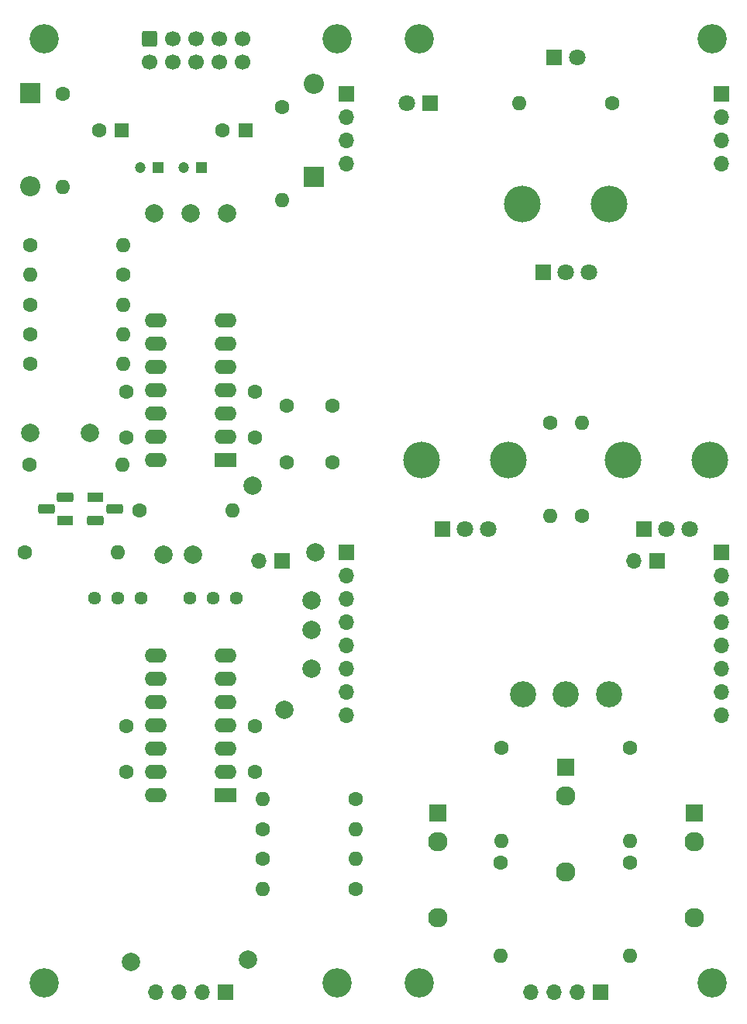
<source format=gts>
G04 #@! TF.GenerationSoftware,KiCad,Pcbnew,8.0.2-1*
G04 #@! TF.CreationDate,2024-06-17T09:13:27+02:00*
G04 #@! TF.ProjectId,XOF,584f462e-6b69-4636-9164-5f7063625858,rev?*
G04 #@! TF.SameCoordinates,Original*
G04 #@! TF.FileFunction,Soldermask,Top*
G04 #@! TF.FilePolarity,Negative*
%FSLAX46Y46*%
G04 Gerber Fmt 4.6, Leading zero omitted, Abs format (unit mm)*
G04 Created by KiCad (PCBNEW 8.0.2-1) date 2024-06-17 09:13:27*
%MOMM*%
%LPD*%
G01*
G04 APERTURE LIST*
G04 Aperture macros list*
%AMRoundRect*
0 Rectangle with rounded corners*
0 $1 Rounding radius*
0 $2 $3 $4 $5 $6 $7 $8 $9 X,Y pos of 4 corners*
0 Add a 4 corners polygon primitive as box body*
4,1,4,$2,$3,$4,$5,$6,$7,$8,$9,$2,$3,0*
0 Add four circle primitives for the rounded corners*
1,1,$1+$1,$2,$3*
1,1,$1+$1,$4,$5*
1,1,$1+$1,$6,$7*
1,1,$1+$1,$8,$9*
0 Add four rect primitives between the rounded corners*
20,1,$1+$1,$2,$3,$4,$5,0*
20,1,$1+$1,$4,$5,$6,$7,0*
20,1,$1+$1,$6,$7,$8,$9,0*
20,1,$1+$1,$8,$9,$2,$3,0*%
G04 Aperture macros list end*
%ADD10C,1.600000*%
%ADD11O,1.600000X1.600000*%
%ADD12C,3.200000*%
%ADD13R,2.400000X1.600000*%
%ADD14O,2.400000X1.600000*%
%ADD15R,1.930000X1.830000*%
%ADD16C,2.130000*%
%ADD17O,4.000000X4.000000*%
%ADD18R,1.800000X1.800000*%
%ADD19C,1.800000*%
%ADD20R,2.200000X2.200000*%
%ADD21O,2.200000X2.200000*%
%ADD22R,1.700000X1.700000*%
%ADD23O,1.700000X1.700000*%
%ADD24R,1.800000X1.100000*%
%ADD25RoundRect,0.275000X0.625000X-0.275000X0.625000X0.275000X-0.625000X0.275000X-0.625000X-0.275000X0*%
%ADD26RoundRect,0.275000X-0.625000X0.275000X-0.625000X-0.275000X0.625000X-0.275000X0.625000X0.275000X0*%
%ADD27C,2.850000*%
%ADD28C,2.000000*%
%ADD29C,1.440000*%
%ADD30R,1.200000X1.200000*%
%ADD31C,1.200000*%
%ADD32R,1.600000X1.600000*%
%ADD33RoundRect,0.250000X-0.600000X0.600000X-0.600000X-0.600000X0.600000X-0.600000X0.600000X0.600000X0*%
%ADD34C,1.700000*%
G04 APERTURE END LIST*
D10*
X77870000Y-140250000D03*
D11*
X88030000Y-140250000D03*
D12*
X95000000Y-157000000D03*
D13*
X73800000Y-100000000D03*
D14*
X73800000Y-97460000D03*
X73800000Y-94920000D03*
X73800000Y-92380000D03*
X73800000Y-89840000D03*
X73800000Y-87300000D03*
X73800000Y-84760000D03*
X66180000Y-84760000D03*
X66180000Y-87300000D03*
X66180000Y-89840000D03*
X66180000Y-92380000D03*
X66180000Y-94920000D03*
X66180000Y-97460000D03*
X66180000Y-100000000D03*
D10*
X109250000Y-95920000D03*
D11*
X109250000Y-106080000D03*
D15*
X125000000Y-138520000D03*
D16*
X125000000Y-149920000D03*
X125000000Y-141620000D03*
D10*
X52470000Y-86250000D03*
D11*
X62630000Y-86250000D03*
D17*
X95250000Y-100000000D03*
X104750000Y-100000000D03*
D18*
X97500000Y-107500000D03*
D19*
X100000000Y-107500000D03*
X102500000Y-107500000D03*
D10*
X52470000Y-83000000D03*
D11*
X62630000Y-83000000D03*
D10*
X112750000Y-106080000D03*
D11*
X112750000Y-95920000D03*
D10*
X118000000Y-143920000D03*
D11*
X118000000Y-154080000D03*
D12*
X54000000Y-54000000D03*
D10*
X63000000Y-134000000D03*
X63000000Y-129000000D03*
D12*
X127000000Y-54000000D03*
D18*
X109730000Y-56000000D03*
D19*
X112270000Y-56000000D03*
D18*
X96200000Y-61000000D03*
D19*
X93660000Y-61000000D03*
D10*
X103870000Y-143920000D03*
D11*
X103870000Y-154080000D03*
D12*
X86000000Y-157000000D03*
D10*
X77000000Y-92500000D03*
X77000000Y-97500000D03*
D12*
X54000000Y-157000000D03*
D10*
X52420000Y-100500000D03*
D11*
X62580000Y-100500000D03*
D12*
X127000000Y-157000000D03*
D10*
X77000000Y-129000000D03*
X77000000Y-134000000D03*
D17*
X117250000Y-100000000D03*
X126750000Y-100000000D03*
D18*
X119500000Y-107500000D03*
D19*
X122000000Y-107500000D03*
X124500000Y-107500000D03*
D20*
X52500000Y-59950000D03*
D21*
X52500000Y-70110000D03*
D22*
X80000000Y-111000000D03*
D23*
X77460000Y-111000000D03*
D10*
X118000000Y-131340000D03*
D11*
X118000000Y-141500000D03*
D15*
X97000000Y-138520000D03*
D16*
X97000000Y-149920000D03*
X97000000Y-141620000D03*
D10*
X80000000Y-61470000D03*
D11*
X80000000Y-71630000D03*
D24*
X56290000Y-106600000D03*
D25*
X54220000Y-105330000D03*
X56290000Y-104060000D03*
D10*
X62630000Y-79750000D03*
D11*
X52470000Y-79750000D03*
D12*
X95000000Y-54000000D03*
D10*
X77870000Y-143500000D03*
D11*
X88030000Y-143500000D03*
D10*
X116080000Y-61000000D03*
D11*
X105920000Y-61000000D03*
D12*
X86000000Y-54000000D03*
D10*
X63000000Y-97500000D03*
X63000000Y-92500000D03*
X88030000Y-146750000D03*
D11*
X77870000Y-146750000D03*
D20*
X83500000Y-69050000D03*
D21*
X83500000Y-58890000D03*
D24*
X59600000Y-104060000D03*
D26*
X61670000Y-105330000D03*
X59600000Y-106600000D03*
D10*
X56000000Y-59970000D03*
D11*
X56000000Y-70130000D03*
D13*
X73800000Y-136500000D03*
D14*
X73800000Y-133960000D03*
X73800000Y-131420000D03*
X73800000Y-128880000D03*
X73800000Y-126340000D03*
X73800000Y-123800000D03*
X73800000Y-121260000D03*
X66180000Y-121260000D03*
X66180000Y-123800000D03*
X66180000Y-126340000D03*
X66180000Y-128880000D03*
X66180000Y-131420000D03*
X66180000Y-133960000D03*
X66180000Y-136500000D03*
D10*
X52470000Y-89500000D03*
D11*
X62630000Y-89500000D03*
D22*
X87000000Y-110000000D03*
D23*
X87000000Y-112540000D03*
X87000000Y-115080000D03*
X87000000Y-117620000D03*
X87000000Y-120160000D03*
X87000000Y-122700000D03*
X87000000Y-125240000D03*
X87000000Y-127780000D03*
D27*
X106300000Y-125500000D03*
X111000000Y-125500000D03*
X115700000Y-125500000D03*
D10*
X103950000Y-131340000D03*
D11*
X103950000Y-141500000D03*
D15*
X111000000Y-133520000D03*
D16*
X111000000Y-144920000D03*
X111000000Y-136620000D03*
D17*
X106250000Y-72000000D03*
X115750000Y-72000000D03*
D18*
X108500000Y-79500000D03*
D19*
X111000000Y-79500000D03*
X113500000Y-79500000D03*
D22*
X73800000Y-158000000D03*
D23*
X71260000Y-158000000D03*
X68720000Y-158000000D03*
X66180000Y-158000000D03*
D10*
X64420000Y-105500000D03*
D11*
X74580000Y-105500000D03*
D22*
X87000000Y-60000000D03*
D23*
X87000000Y-62540000D03*
X87000000Y-65080000D03*
X87000000Y-67620000D03*
D10*
X51920000Y-110000000D03*
D11*
X62080000Y-110000000D03*
D10*
X88030000Y-137000000D03*
D11*
X77870000Y-137000000D03*
D10*
X52470000Y-76500000D03*
D11*
X62630000Y-76500000D03*
D28*
X83250000Y-115250000D03*
D10*
X85500000Y-100200000D03*
X80500000Y-100200000D03*
D28*
X76250000Y-154500000D03*
X80250000Y-127250000D03*
D29*
X64550000Y-115000000D03*
X62010000Y-115000000D03*
X59470000Y-115000000D03*
D28*
X70250000Y-110250000D03*
D30*
X71222600Y-68000000D03*
D31*
X69222600Y-68000000D03*
D28*
X66000000Y-73000000D03*
X83600000Y-110000000D03*
X52500000Y-97000000D03*
X74000000Y-73000000D03*
D32*
X76000000Y-64000000D03*
D10*
X73500000Y-64000000D03*
D28*
X59000000Y-97000000D03*
D29*
X75000000Y-115000000D03*
X72460000Y-115000000D03*
X69920000Y-115000000D03*
D22*
X128000000Y-60000000D03*
D23*
X128000000Y-62540000D03*
X128000000Y-65080000D03*
X128000000Y-67620000D03*
D28*
X83250000Y-118500000D03*
X76750000Y-102750000D03*
X70000000Y-73000000D03*
D33*
X65500000Y-54000000D03*
D34*
X65500000Y-56540000D03*
X68040000Y-54000000D03*
X68040000Y-56540000D03*
X70580000Y-54000000D03*
X70580000Y-56540000D03*
X73120000Y-54000000D03*
X73120000Y-56540000D03*
X75660000Y-54000000D03*
X75660000Y-56540000D03*
D22*
X121000000Y-111000000D03*
D23*
X118460000Y-111000000D03*
D10*
X85500000Y-94000000D03*
X80500000Y-94000000D03*
D32*
X62500000Y-64000000D03*
D10*
X60000000Y-64000000D03*
D28*
X63500000Y-154750000D03*
D30*
X66472600Y-68000000D03*
D31*
X64472600Y-68000000D03*
D22*
X128000000Y-110000000D03*
D23*
X128000000Y-112540000D03*
X128000000Y-115080000D03*
X128000000Y-117620000D03*
X128000000Y-120160000D03*
X128000000Y-122700000D03*
X128000000Y-125240000D03*
X128000000Y-127780000D03*
D22*
X114800000Y-158000000D03*
D23*
X112260000Y-158000000D03*
X109720000Y-158000000D03*
X107180000Y-158000000D03*
D28*
X67000000Y-110250000D03*
X83250000Y-122750000D03*
M02*

</source>
